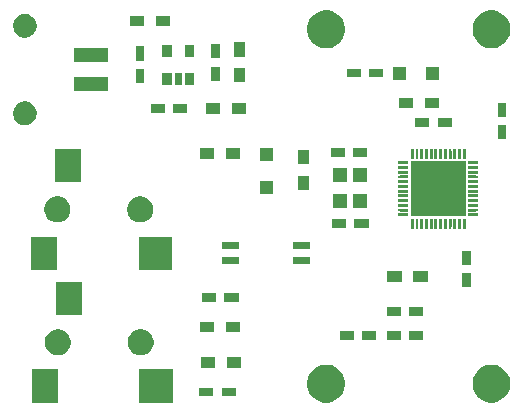
<source format=gts>
G04 #@! TF.GenerationSoftware,KiCad,Pcbnew,5.1.5*
G04 #@! TF.CreationDate,2020-02-06T17:50:48+09:00*
G04 #@! TF.ProjectId,MIDI-Guy,4d494449-2d47-4757-992e-6b696361645f,rev?*
G04 #@! TF.SameCoordinates,Original*
G04 #@! TF.FileFunction,Soldermask,Top*
G04 #@! TF.FilePolarity,Negative*
%FSLAX46Y46*%
G04 Gerber Fmt 4.6, Leading zero omitted, Abs format (unit mm)*
G04 Created by KiCad (PCBNEW 5.1.5) date 2020-02-06 17:50:48*
%MOMM*%
%LPD*%
G04 APERTURE LIST*
%ADD10C,0.100000*%
G04 APERTURE END LIST*
D10*
G36*
X96400000Y-58320000D02*
G01*
X96190000Y-58320000D01*
X96190000Y-58080000D01*
X96400000Y-58080000D01*
X96400000Y-58320000D01*
G37*
G36*
X96400000Y-57920000D02*
G01*
X96190000Y-57920000D01*
X96190000Y-57680000D01*
X96400000Y-57680000D01*
X96400000Y-57920000D01*
G37*
G36*
X96400000Y-57520000D02*
G01*
X96190000Y-57520000D01*
X96190000Y-57280000D01*
X96400000Y-57280000D01*
X96400000Y-57520000D01*
G37*
G36*
X96400000Y-57120000D02*
G01*
X96190000Y-57120000D01*
X96190000Y-56880000D01*
X96400000Y-56880000D01*
X96400000Y-57120000D01*
G37*
G36*
X96400000Y-56720000D02*
G01*
X96190000Y-56720000D01*
X96190000Y-56480000D01*
X96400000Y-56480000D01*
X96400000Y-56720000D01*
G37*
G36*
X96400000Y-56320000D02*
G01*
X96190000Y-56320000D01*
X96190000Y-56080000D01*
X96400000Y-56080000D01*
X96400000Y-56320000D01*
G37*
G36*
X96400000Y-55920000D02*
G01*
X96190000Y-55920000D01*
X96190000Y-55680000D01*
X96400000Y-55680000D01*
X96400000Y-55920000D01*
G37*
G36*
X96400000Y-55520000D02*
G01*
X96190000Y-55520000D01*
X96190000Y-55280000D01*
X96400000Y-55280000D01*
X96400000Y-55520000D01*
G37*
G36*
X96400000Y-55120000D02*
G01*
X96190000Y-55120000D01*
X96190000Y-54880000D01*
X96400000Y-54880000D01*
X96400000Y-55120000D01*
G37*
G36*
X96400000Y-54720000D02*
G01*
X96190000Y-54720000D01*
X96190000Y-54480000D01*
X96400000Y-54480000D01*
X96400000Y-54720000D01*
G37*
G36*
X96400000Y-54320000D02*
G01*
X96190000Y-54320000D01*
X96190000Y-54080000D01*
X96400000Y-54080000D01*
X96400000Y-54320000D01*
G37*
G36*
X96400000Y-53920000D02*
G01*
X96190000Y-53920000D01*
X96190000Y-53680000D01*
X96400000Y-53680000D01*
X96400000Y-53920000D01*
G37*
G36*
X89830000Y-58320000D02*
G01*
X89620000Y-58320000D01*
X89620000Y-58080000D01*
X89830000Y-58080000D01*
X89830000Y-58320000D01*
G37*
G36*
X89810000Y-57920000D02*
G01*
X89600000Y-57920000D01*
X89600000Y-57680000D01*
X89810000Y-57680000D01*
X89810000Y-57920000D01*
G37*
G36*
X89810000Y-57520000D02*
G01*
X89600000Y-57520000D01*
X89600000Y-57280000D01*
X89810000Y-57280000D01*
X89810000Y-57520000D01*
G37*
G36*
X89820000Y-57120000D02*
G01*
X89610000Y-57120000D01*
X89610000Y-56880000D01*
X89820000Y-56880000D01*
X89820000Y-57120000D01*
G37*
G36*
X89820000Y-56720000D02*
G01*
X89610000Y-56720000D01*
X89610000Y-56480000D01*
X89820000Y-56480000D01*
X89820000Y-56720000D01*
G37*
G36*
X89800000Y-56320000D02*
G01*
X89590000Y-56320000D01*
X89590000Y-56080000D01*
X89800000Y-56080000D01*
X89800000Y-56320000D01*
G37*
G36*
X89800000Y-55920000D02*
G01*
X89590000Y-55920000D01*
X89590000Y-55680000D01*
X89800000Y-55680000D01*
X89800000Y-55920000D01*
G37*
G36*
X89800000Y-55520000D02*
G01*
X89590000Y-55520000D01*
X89590000Y-55280000D01*
X89800000Y-55280000D01*
X89800000Y-55520000D01*
G37*
G36*
X89810000Y-55120000D02*
G01*
X89600000Y-55120000D01*
X89600000Y-54880000D01*
X89810000Y-54880000D01*
X89810000Y-55120000D01*
G37*
G36*
X89810000Y-54720000D02*
G01*
X89600000Y-54720000D01*
X89600000Y-54480000D01*
X89810000Y-54480000D01*
X89810000Y-54720000D01*
G37*
G36*
X89800000Y-54320000D02*
G01*
X89590000Y-54320000D01*
X89590000Y-54080000D01*
X89800000Y-54080000D01*
X89800000Y-54320000D01*
G37*
G36*
X89810000Y-53920000D02*
G01*
X89600000Y-53920000D01*
X89600000Y-53680000D01*
X89810000Y-53680000D01*
X89810000Y-53920000D01*
G37*
G36*
X95320000Y-52810000D02*
G01*
X95080000Y-52810000D01*
X95080000Y-52600000D01*
X95320000Y-52600000D01*
X95320000Y-52810000D01*
G37*
G36*
X94920000Y-52810000D02*
G01*
X94680000Y-52810000D01*
X94680000Y-52600000D01*
X94920000Y-52600000D01*
X94920000Y-52810000D01*
G37*
G36*
X94520000Y-52810000D02*
G01*
X94280000Y-52810000D01*
X94280000Y-52600000D01*
X94520000Y-52600000D01*
X94520000Y-52810000D01*
G37*
G36*
X94120000Y-52810000D02*
G01*
X93880000Y-52810000D01*
X93880000Y-52600000D01*
X94120000Y-52600000D01*
X94120000Y-52810000D01*
G37*
G36*
X93720000Y-52810000D02*
G01*
X93480000Y-52810000D01*
X93480000Y-52600000D01*
X93720000Y-52600000D01*
X93720000Y-52810000D01*
G37*
G36*
X93320000Y-52810000D02*
G01*
X93080000Y-52810000D01*
X93080000Y-52600000D01*
X93320000Y-52600000D01*
X93320000Y-52810000D01*
G37*
G36*
X92920000Y-52810000D02*
G01*
X92680000Y-52810000D01*
X92680000Y-52600000D01*
X92920000Y-52600000D01*
X92920000Y-52810000D01*
G37*
G36*
X92520000Y-52800000D02*
G01*
X92280000Y-52800000D01*
X92280000Y-52590000D01*
X92520000Y-52590000D01*
X92520000Y-52800000D01*
G37*
G36*
X92120000Y-52810000D02*
G01*
X91880000Y-52810000D01*
X91880000Y-52600000D01*
X92120000Y-52600000D01*
X92120000Y-52810000D01*
G37*
G36*
X91720000Y-52810000D02*
G01*
X91480000Y-52810000D01*
X91480000Y-52600000D01*
X91720000Y-52600000D01*
X91720000Y-52810000D01*
G37*
G36*
X91320000Y-52810000D02*
G01*
X91080000Y-52810000D01*
X91080000Y-52600000D01*
X91320000Y-52600000D01*
X91320000Y-52810000D01*
G37*
G36*
X90920000Y-52810000D02*
G01*
X90680000Y-52810000D01*
X90680000Y-52600000D01*
X90920000Y-52600000D01*
X90920000Y-52810000D01*
G37*
G36*
X95320000Y-59410000D02*
G01*
X95080000Y-59410000D01*
X95080000Y-59200000D01*
X95320000Y-59200000D01*
X95320000Y-59410000D01*
G37*
G36*
X94920000Y-59400000D02*
G01*
X94680000Y-59400000D01*
X94680000Y-59190000D01*
X94920000Y-59190000D01*
X94920000Y-59400000D01*
G37*
G36*
X94520000Y-59400000D02*
G01*
X94280000Y-59400000D01*
X94280000Y-59190000D01*
X94520000Y-59190000D01*
X94520000Y-59400000D01*
G37*
G36*
X94120000Y-59400000D02*
G01*
X93880000Y-59400000D01*
X93880000Y-59190000D01*
X94120000Y-59190000D01*
X94120000Y-59400000D01*
G37*
G36*
X93720000Y-59400000D02*
G01*
X93480000Y-59400000D01*
X93480000Y-59190000D01*
X93720000Y-59190000D01*
X93720000Y-59400000D01*
G37*
G36*
X93320000Y-59400000D02*
G01*
X93080000Y-59400000D01*
X93080000Y-59190000D01*
X93320000Y-59190000D01*
X93320000Y-59400000D01*
G37*
G36*
X92920000Y-59400000D02*
G01*
X92680000Y-59400000D01*
X92680000Y-59190000D01*
X92920000Y-59190000D01*
X92920000Y-59400000D01*
G37*
G36*
X92520000Y-59400000D02*
G01*
X92280000Y-59400000D01*
X92280000Y-59190000D01*
X92520000Y-59190000D01*
X92520000Y-59400000D01*
G37*
G36*
X92120000Y-59390000D02*
G01*
X91880000Y-59390000D01*
X91880000Y-59180000D01*
X92120000Y-59180000D01*
X92120000Y-59390000D01*
G37*
G36*
X91720000Y-59400000D02*
G01*
X91480000Y-59400000D01*
X91480000Y-59190000D01*
X91720000Y-59190000D01*
X91720000Y-59400000D01*
G37*
G36*
X91320000Y-59400000D02*
G01*
X91080000Y-59400000D01*
X91080000Y-59190000D01*
X91320000Y-59190000D01*
X91320000Y-59400000D01*
G37*
G36*
X90920000Y-59400000D02*
G01*
X90680000Y-59400000D01*
X90680000Y-59190000D01*
X90920000Y-59190000D01*
X90920000Y-59400000D01*
G37*
G36*
X97966733Y-70961391D02*
G01*
X98257931Y-71082010D01*
X98520004Y-71257121D01*
X98742879Y-71479996D01*
X98917990Y-71742069D01*
X99038609Y-72033268D01*
X99100100Y-72342404D01*
X99100100Y-72657596D01*
X99038609Y-72966732D01*
X98917990Y-73257931D01*
X98742879Y-73520004D01*
X98520004Y-73742879D01*
X98257931Y-73917990D01*
X97966733Y-74038609D01*
X97657596Y-74100100D01*
X97342404Y-74100100D01*
X97033267Y-74038609D01*
X96742069Y-73917990D01*
X96479996Y-73742879D01*
X96257121Y-73520004D01*
X96082010Y-73257931D01*
X95961391Y-72966732D01*
X95899900Y-72657596D01*
X95899900Y-72342404D01*
X95961391Y-72033268D01*
X96082010Y-71742069D01*
X96257121Y-71479996D01*
X96479996Y-71257121D01*
X96742069Y-71082010D01*
X97033267Y-70961391D01*
X97342404Y-70899900D01*
X97657596Y-70899900D01*
X97966733Y-70961391D01*
G37*
G36*
X83966733Y-70961391D02*
G01*
X84257931Y-71082010D01*
X84520004Y-71257121D01*
X84742879Y-71479996D01*
X84917990Y-71742069D01*
X85038609Y-72033268D01*
X85100100Y-72342404D01*
X85100100Y-72657596D01*
X85038609Y-72966732D01*
X84917990Y-73257931D01*
X84742879Y-73520004D01*
X84520004Y-73742879D01*
X84257931Y-73917990D01*
X83966733Y-74038609D01*
X83657596Y-74100100D01*
X83342404Y-74100100D01*
X83033267Y-74038609D01*
X82742069Y-73917990D01*
X82479996Y-73742879D01*
X82257121Y-73520004D01*
X82082010Y-73257931D01*
X81961391Y-72966732D01*
X81899900Y-72657596D01*
X81899900Y-72342404D01*
X81961391Y-72033268D01*
X82082010Y-71742069D01*
X82257121Y-71479996D01*
X82479996Y-71257121D01*
X82742069Y-71082010D01*
X83033267Y-70961391D01*
X83342404Y-70899900D01*
X83657596Y-70899900D01*
X83966733Y-70961391D01*
G37*
G36*
X60800100Y-74100100D02*
G01*
X58599900Y-74100100D01*
X58599900Y-71299900D01*
X60800100Y-71299900D01*
X60800100Y-74100100D01*
G37*
G36*
X70500100Y-74100100D02*
G01*
X67699900Y-74100100D01*
X67699900Y-71299900D01*
X70500100Y-71299900D01*
X70500100Y-74100100D01*
G37*
G36*
X75850100Y-73575100D02*
G01*
X74649900Y-73575100D01*
X74649900Y-72824900D01*
X75850100Y-72824900D01*
X75850100Y-73575100D01*
G37*
G36*
X73950100Y-73575100D02*
G01*
X72749900Y-73575100D01*
X72749900Y-72824900D01*
X73950100Y-72824900D01*
X73950100Y-73575100D01*
G37*
G36*
X76300100Y-71150100D02*
G01*
X75099900Y-71150100D01*
X75099900Y-70249900D01*
X76300100Y-70249900D01*
X76300100Y-71150100D01*
G37*
G36*
X74100100Y-71150100D02*
G01*
X72899900Y-71150100D01*
X72899900Y-70249900D01*
X74100100Y-70249900D01*
X74100100Y-71150100D01*
G37*
G36*
X61120889Y-67942176D02*
G01*
X61254358Y-67997461D01*
X61321093Y-68025104D01*
X61501273Y-68145496D01*
X61654504Y-68298727D01*
X61774896Y-68478907D01*
X61774896Y-68478908D01*
X61857824Y-68679111D01*
X61900100Y-68891650D01*
X61900100Y-69108350D01*
X61857824Y-69320889D01*
X61802539Y-69454358D01*
X61774896Y-69521093D01*
X61654504Y-69701273D01*
X61501273Y-69854504D01*
X61321093Y-69974896D01*
X61254358Y-70002539D01*
X61120889Y-70057824D01*
X60908350Y-70100100D01*
X60691650Y-70100100D01*
X60479111Y-70057824D01*
X60345642Y-70002539D01*
X60278907Y-69974896D01*
X60098727Y-69854504D01*
X59945496Y-69701273D01*
X59825104Y-69521093D01*
X59797461Y-69454358D01*
X59742176Y-69320889D01*
X59699900Y-69108350D01*
X59699900Y-68891650D01*
X59742176Y-68679111D01*
X59825104Y-68478908D01*
X59825104Y-68478907D01*
X59945496Y-68298727D01*
X60098727Y-68145496D01*
X60278907Y-68025104D01*
X60345642Y-67997461D01*
X60479111Y-67942176D01*
X60691650Y-67899900D01*
X60908350Y-67899900D01*
X61120889Y-67942176D01*
G37*
G36*
X68120889Y-67942176D02*
G01*
X68254358Y-67997461D01*
X68321093Y-68025104D01*
X68501273Y-68145496D01*
X68654504Y-68298727D01*
X68774896Y-68478907D01*
X68774896Y-68478908D01*
X68857824Y-68679111D01*
X68900100Y-68891650D01*
X68900100Y-69108350D01*
X68857824Y-69320889D01*
X68802539Y-69454358D01*
X68774896Y-69521093D01*
X68654504Y-69701273D01*
X68501273Y-69854504D01*
X68321093Y-69974896D01*
X68254358Y-70002539D01*
X68120889Y-70057824D01*
X67908350Y-70100100D01*
X67691650Y-70100100D01*
X67479111Y-70057824D01*
X67345642Y-70002539D01*
X67278907Y-69974896D01*
X67098727Y-69854504D01*
X66945496Y-69701273D01*
X66825104Y-69521093D01*
X66797461Y-69454358D01*
X66742176Y-69320889D01*
X66699900Y-69108350D01*
X66699900Y-68891650D01*
X66742176Y-68679111D01*
X66825104Y-68478908D01*
X66825104Y-68478907D01*
X66945496Y-68298727D01*
X67098727Y-68145496D01*
X67278907Y-68025104D01*
X67345642Y-67997461D01*
X67479111Y-67942176D01*
X67691650Y-67899900D01*
X67908350Y-67899900D01*
X68120889Y-67942176D01*
G37*
G36*
X85850100Y-68775100D02*
G01*
X84649900Y-68775100D01*
X84649900Y-68024900D01*
X85850100Y-68024900D01*
X85850100Y-68775100D01*
G37*
G36*
X89850100Y-68775100D02*
G01*
X88649900Y-68775100D01*
X88649900Y-68024900D01*
X89850100Y-68024900D01*
X89850100Y-68775100D01*
G37*
G36*
X91750100Y-68775100D02*
G01*
X90549900Y-68775100D01*
X90549900Y-68024900D01*
X91750100Y-68024900D01*
X91750100Y-68775100D01*
G37*
G36*
X87750100Y-68775100D02*
G01*
X86549900Y-68775100D01*
X86549900Y-68024900D01*
X87750100Y-68024900D01*
X87750100Y-68775100D01*
G37*
G36*
X76250100Y-68150100D02*
G01*
X75049900Y-68150100D01*
X75049900Y-67249900D01*
X76250100Y-67249900D01*
X76250100Y-68150100D01*
G37*
G36*
X74050100Y-68150100D02*
G01*
X72849900Y-68150100D01*
X72849900Y-67249900D01*
X74050100Y-67249900D01*
X74050100Y-68150100D01*
G37*
G36*
X89850100Y-66775100D02*
G01*
X88649900Y-66775100D01*
X88649900Y-66024900D01*
X89850100Y-66024900D01*
X89850100Y-66775100D01*
G37*
G36*
X91750100Y-66775100D02*
G01*
X90549900Y-66775100D01*
X90549900Y-66024900D01*
X91750100Y-66024900D01*
X91750100Y-66775100D01*
G37*
G36*
X62800100Y-66700100D02*
G01*
X60599900Y-66700100D01*
X60599900Y-63899900D01*
X62800100Y-63899900D01*
X62800100Y-66700100D01*
G37*
G36*
X76100100Y-65575100D02*
G01*
X74899900Y-65575100D01*
X74899900Y-64824900D01*
X76100100Y-64824900D01*
X76100100Y-65575100D01*
G37*
G36*
X74200100Y-65575100D02*
G01*
X72999900Y-65575100D01*
X72999900Y-64824900D01*
X74200100Y-64824900D01*
X74200100Y-65575100D01*
G37*
G36*
X95775100Y-64350100D02*
G01*
X95024900Y-64350100D01*
X95024900Y-63149900D01*
X95775100Y-63149900D01*
X95775100Y-64350100D01*
G37*
G36*
X89900100Y-63850100D02*
G01*
X88699900Y-63850100D01*
X88699900Y-62949900D01*
X89900100Y-62949900D01*
X89900100Y-63850100D01*
G37*
G36*
X92100100Y-63850100D02*
G01*
X90899900Y-63850100D01*
X90899900Y-62949900D01*
X92100100Y-62949900D01*
X92100100Y-63850100D01*
G37*
G36*
X70450100Y-62850100D02*
G01*
X67649900Y-62850100D01*
X67649900Y-60049900D01*
X70450100Y-60049900D01*
X70450100Y-62850100D01*
G37*
G36*
X60750100Y-62850100D02*
G01*
X58549900Y-62850100D01*
X58549900Y-60049900D01*
X60750100Y-60049900D01*
X60750100Y-62850100D01*
G37*
G36*
X95775100Y-62450100D02*
G01*
X95024900Y-62450100D01*
X95024900Y-61249900D01*
X95775100Y-61249900D01*
X95775100Y-62450100D01*
G37*
G36*
X76125100Y-62335100D02*
G01*
X74674900Y-62335100D01*
X74674900Y-61734900D01*
X76125100Y-61734900D01*
X76125100Y-62335100D01*
G37*
G36*
X82125100Y-62335100D02*
G01*
X80674900Y-62335100D01*
X80674900Y-61734900D01*
X82125100Y-61734900D01*
X82125100Y-62335100D01*
G37*
G36*
X82125100Y-61065100D02*
G01*
X80674900Y-61065100D01*
X80674900Y-60464900D01*
X82125100Y-60464900D01*
X82125100Y-61065100D01*
G37*
G36*
X76125100Y-61065100D02*
G01*
X74674900Y-61065100D01*
X74674900Y-60464900D01*
X76125100Y-60464900D01*
X76125100Y-61065100D01*
G37*
G36*
X87100100Y-59325100D02*
G01*
X85899900Y-59325100D01*
X85899900Y-58574900D01*
X87100100Y-58574900D01*
X87100100Y-59325100D01*
G37*
G36*
X85200100Y-59325100D02*
G01*
X83999900Y-59325100D01*
X83999900Y-58574900D01*
X85200100Y-58574900D01*
X85200100Y-59325100D01*
G37*
G36*
X95325100Y-59200100D02*
G01*
X95074900Y-59200100D01*
X95074900Y-58519900D01*
X95325100Y-58519900D01*
X95325100Y-59200100D01*
G37*
G36*
X92925100Y-59200100D02*
G01*
X92674900Y-59200100D01*
X92674900Y-58519900D01*
X92925100Y-58519900D01*
X92925100Y-59200100D01*
G37*
G36*
X94125100Y-59200100D02*
G01*
X93874900Y-59200100D01*
X93874900Y-58519900D01*
X94125100Y-58519900D01*
X94125100Y-59200100D01*
G37*
G36*
X94925100Y-59200100D02*
G01*
X94674900Y-59200100D01*
X94674900Y-58519900D01*
X94925100Y-58519900D01*
X94925100Y-59200100D01*
G37*
G36*
X94525100Y-59200100D02*
G01*
X94274900Y-59200100D01*
X94274900Y-58519900D01*
X94525100Y-58519900D01*
X94525100Y-59200100D01*
G37*
G36*
X90925100Y-59200100D02*
G01*
X90674900Y-59200100D01*
X90674900Y-58519900D01*
X90925100Y-58519900D01*
X90925100Y-59200100D01*
G37*
G36*
X91725100Y-59200100D02*
G01*
X91474900Y-59200100D01*
X91474900Y-58519900D01*
X91725100Y-58519900D01*
X91725100Y-59200100D01*
G37*
G36*
X92125100Y-59200100D02*
G01*
X91874900Y-59200100D01*
X91874900Y-58519900D01*
X92125100Y-58519900D01*
X92125100Y-59200100D01*
G37*
G36*
X92525100Y-59200100D02*
G01*
X92274900Y-59200100D01*
X92274900Y-58519900D01*
X92525100Y-58519900D01*
X92525100Y-59200100D01*
G37*
G36*
X93725100Y-59200100D02*
G01*
X93474900Y-59200100D01*
X93474900Y-58519900D01*
X93725100Y-58519900D01*
X93725100Y-59200100D01*
G37*
G36*
X93325100Y-59200100D02*
G01*
X93074900Y-59200100D01*
X93074900Y-58519900D01*
X93325100Y-58519900D01*
X93325100Y-59200100D01*
G37*
G36*
X91325100Y-59200100D02*
G01*
X91074900Y-59200100D01*
X91074900Y-58519900D01*
X91325100Y-58519900D01*
X91325100Y-59200100D01*
G37*
G36*
X68070889Y-56692176D02*
G01*
X68150373Y-56725100D01*
X68271093Y-56775104D01*
X68451273Y-56895496D01*
X68604504Y-57048727D01*
X68724896Y-57228907D01*
X68724896Y-57228908D01*
X68807824Y-57429111D01*
X68850100Y-57641650D01*
X68850100Y-57858350D01*
X68807824Y-58070889D01*
X68752539Y-58204358D01*
X68724896Y-58271093D01*
X68604504Y-58451273D01*
X68451273Y-58604504D01*
X68271093Y-58724896D01*
X68204358Y-58752539D01*
X68070889Y-58807824D01*
X67858350Y-58850100D01*
X67641650Y-58850100D01*
X67429111Y-58807824D01*
X67295642Y-58752539D01*
X67228907Y-58724896D01*
X67048727Y-58604504D01*
X66895496Y-58451273D01*
X66775104Y-58271093D01*
X66747461Y-58204358D01*
X66692176Y-58070889D01*
X66649900Y-57858350D01*
X66649900Y-57641650D01*
X66692176Y-57429111D01*
X66775104Y-57228908D01*
X66775104Y-57228907D01*
X66895496Y-57048727D01*
X67048727Y-56895496D01*
X67228907Y-56775104D01*
X67349627Y-56725100D01*
X67429111Y-56692176D01*
X67641650Y-56649900D01*
X67858350Y-56649900D01*
X68070889Y-56692176D01*
G37*
G36*
X61070889Y-56692176D02*
G01*
X61150373Y-56725100D01*
X61271093Y-56775104D01*
X61451273Y-56895496D01*
X61604504Y-57048727D01*
X61724896Y-57228907D01*
X61724896Y-57228908D01*
X61807824Y-57429111D01*
X61850100Y-57641650D01*
X61850100Y-57858350D01*
X61807824Y-58070889D01*
X61752539Y-58204358D01*
X61724896Y-58271093D01*
X61604504Y-58451273D01*
X61451273Y-58604504D01*
X61271093Y-58724896D01*
X61204358Y-58752539D01*
X61070889Y-58807824D01*
X60858350Y-58850100D01*
X60641650Y-58850100D01*
X60429111Y-58807824D01*
X60295642Y-58752539D01*
X60228907Y-58724896D01*
X60048727Y-58604504D01*
X59895496Y-58451273D01*
X59775104Y-58271093D01*
X59747461Y-58204358D01*
X59692176Y-58070889D01*
X59649900Y-57858350D01*
X59649900Y-57641650D01*
X59692176Y-57429111D01*
X59775104Y-57228908D01*
X59775104Y-57228907D01*
X59895496Y-57048727D01*
X60048727Y-56895496D01*
X60228907Y-56775104D01*
X60349627Y-56725100D01*
X60429111Y-56692176D01*
X60641650Y-56649900D01*
X60858350Y-56649900D01*
X61070889Y-56692176D01*
G37*
G36*
X95330100Y-58330100D02*
G01*
X90669900Y-58330100D01*
X90669900Y-53669900D01*
X95330100Y-53669900D01*
X95330100Y-58330100D01*
G37*
G36*
X96200100Y-58325100D02*
G01*
X95519900Y-58325100D01*
X95519900Y-58074900D01*
X96200100Y-58074900D01*
X96200100Y-58325100D01*
G37*
G36*
X90480100Y-58325100D02*
G01*
X89799900Y-58325100D01*
X89799900Y-58074900D01*
X90480100Y-58074900D01*
X90480100Y-58325100D01*
G37*
G36*
X96200100Y-57925100D02*
G01*
X95519900Y-57925100D01*
X95519900Y-57674900D01*
X96200100Y-57674900D01*
X96200100Y-57925100D01*
G37*
G36*
X90480100Y-57925100D02*
G01*
X89799900Y-57925100D01*
X89799900Y-57674900D01*
X90480100Y-57674900D01*
X90480100Y-57925100D01*
G37*
G36*
X85300100Y-57650100D02*
G01*
X84099900Y-57650100D01*
X84099900Y-56449900D01*
X85300100Y-56449900D01*
X85300100Y-57650100D01*
G37*
G36*
X87000100Y-57650100D02*
G01*
X85799900Y-57650100D01*
X85799900Y-56449900D01*
X87000100Y-56449900D01*
X87000100Y-57650100D01*
G37*
G36*
X96200100Y-57525100D02*
G01*
X95519900Y-57525100D01*
X95519900Y-57274900D01*
X96200100Y-57274900D01*
X96200100Y-57525100D01*
G37*
G36*
X90480100Y-57525100D02*
G01*
X89799900Y-57525100D01*
X89799900Y-57274900D01*
X90480100Y-57274900D01*
X90480100Y-57525100D01*
G37*
G36*
X90480100Y-57125100D02*
G01*
X89799900Y-57125100D01*
X89799900Y-56874900D01*
X90480100Y-56874900D01*
X90480100Y-57125100D01*
G37*
G36*
X96200100Y-57125100D02*
G01*
X95519900Y-57125100D01*
X95519900Y-56874900D01*
X96200100Y-56874900D01*
X96200100Y-57125100D01*
G37*
G36*
X90480100Y-56725100D02*
G01*
X89799900Y-56725100D01*
X89799900Y-56474900D01*
X90480100Y-56474900D01*
X90480100Y-56725100D01*
G37*
G36*
X96200100Y-56725100D02*
G01*
X95519900Y-56725100D01*
X95519900Y-56474900D01*
X96200100Y-56474900D01*
X96200100Y-56725100D01*
G37*
G36*
X79050100Y-56450100D02*
G01*
X77949900Y-56450100D01*
X77949900Y-55349900D01*
X79050100Y-55349900D01*
X79050100Y-56450100D01*
G37*
G36*
X90480100Y-56325100D02*
G01*
X89799900Y-56325100D01*
X89799900Y-56074900D01*
X90480100Y-56074900D01*
X90480100Y-56325100D01*
G37*
G36*
X96200100Y-56325100D02*
G01*
X95519900Y-56325100D01*
X95519900Y-56074900D01*
X96200100Y-56074900D01*
X96200100Y-56325100D01*
G37*
G36*
X82050100Y-56100100D02*
G01*
X81149900Y-56100100D01*
X81149900Y-54899900D01*
X82050100Y-54899900D01*
X82050100Y-56100100D01*
G37*
G36*
X90480100Y-55925100D02*
G01*
X89799900Y-55925100D01*
X89799900Y-55674900D01*
X90480100Y-55674900D01*
X90480100Y-55925100D01*
G37*
G36*
X96200100Y-55925100D02*
G01*
X95519900Y-55925100D01*
X95519900Y-55674900D01*
X96200100Y-55674900D01*
X96200100Y-55925100D01*
G37*
G36*
X90480100Y-55525100D02*
G01*
X89799900Y-55525100D01*
X89799900Y-55274900D01*
X90480100Y-55274900D01*
X90480100Y-55525100D01*
G37*
G36*
X96200100Y-55525100D02*
G01*
X95519900Y-55525100D01*
X95519900Y-55274900D01*
X96200100Y-55274900D01*
X96200100Y-55525100D01*
G37*
G36*
X87000100Y-55450100D02*
G01*
X85799900Y-55450100D01*
X85799900Y-54249900D01*
X87000100Y-54249900D01*
X87000100Y-55450100D01*
G37*
G36*
X85300100Y-55450100D02*
G01*
X84099900Y-55450100D01*
X84099900Y-54249900D01*
X85300100Y-54249900D01*
X85300100Y-55450100D01*
G37*
G36*
X62750100Y-55450100D02*
G01*
X60549900Y-55450100D01*
X60549900Y-52649900D01*
X62750100Y-52649900D01*
X62750100Y-55450100D01*
G37*
G36*
X90480100Y-55125100D02*
G01*
X89799900Y-55125100D01*
X89799900Y-54874900D01*
X90480100Y-54874900D01*
X90480100Y-55125100D01*
G37*
G36*
X96200100Y-55125100D02*
G01*
X95519900Y-55125100D01*
X95519900Y-54874900D01*
X96200100Y-54874900D01*
X96200100Y-55125100D01*
G37*
G36*
X90480100Y-54725100D02*
G01*
X89799900Y-54725100D01*
X89799900Y-54474900D01*
X90480100Y-54474900D01*
X90480100Y-54725100D01*
G37*
G36*
X96200100Y-54725100D02*
G01*
X95519900Y-54725100D01*
X95519900Y-54474900D01*
X96200100Y-54474900D01*
X96200100Y-54725100D01*
G37*
G36*
X90480100Y-54325100D02*
G01*
X89799900Y-54325100D01*
X89799900Y-54074900D01*
X90480100Y-54074900D01*
X90480100Y-54325100D01*
G37*
G36*
X96200100Y-54325100D02*
G01*
X95519900Y-54325100D01*
X95519900Y-54074900D01*
X96200100Y-54074900D01*
X96200100Y-54325100D01*
G37*
G36*
X96200100Y-53925100D02*
G01*
X95519900Y-53925100D01*
X95519900Y-53674900D01*
X96200100Y-53674900D01*
X96200100Y-53925100D01*
G37*
G36*
X90480100Y-53925100D02*
G01*
X89799900Y-53925100D01*
X89799900Y-53674900D01*
X90480100Y-53674900D01*
X90480100Y-53925100D01*
G37*
G36*
X82050100Y-53900100D02*
G01*
X81149900Y-53900100D01*
X81149900Y-52699900D01*
X82050100Y-52699900D01*
X82050100Y-53900100D01*
G37*
G36*
X79050100Y-53650100D02*
G01*
X77949900Y-53650100D01*
X77949900Y-52549900D01*
X79050100Y-52549900D01*
X79050100Y-53650100D01*
G37*
G36*
X90925100Y-53480100D02*
G01*
X90674900Y-53480100D01*
X90674900Y-52799900D01*
X90925100Y-52799900D01*
X90925100Y-53480100D01*
G37*
G36*
X94525100Y-53480100D02*
G01*
X94274900Y-53480100D01*
X94274900Y-52799900D01*
X94525100Y-52799900D01*
X94525100Y-53480100D01*
G37*
G36*
X91325100Y-53480100D02*
G01*
X91074900Y-53480100D01*
X91074900Y-52799900D01*
X91325100Y-52799900D01*
X91325100Y-53480100D01*
G37*
G36*
X91725100Y-53480100D02*
G01*
X91474900Y-53480100D01*
X91474900Y-52799900D01*
X91725100Y-52799900D01*
X91725100Y-53480100D01*
G37*
G36*
X92125100Y-53480100D02*
G01*
X91874900Y-53480100D01*
X91874900Y-52799900D01*
X92125100Y-52799900D01*
X92125100Y-53480100D01*
G37*
G36*
X92525100Y-53480100D02*
G01*
X92274900Y-53480100D01*
X92274900Y-52799900D01*
X92525100Y-52799900D01*
X92525100Y-53480100D01*
G37*
G36*
X92925100Y-53480100D02*
G01*
X92674900Y-53480100D01*
X92674900Y-52799900D01*
X92925100Y-52799900D01*
X92925100Y-53480100D01*
G37*
G36*
X93325100Y-53480100D02*
G01*
X93074900Y-53480100D01*
X93074900Y-52799900D01*
X93325100Y-52799900D01*
X93325100Y-53480100D01*
G37*
G36*
X93725100Y-53480100D02*
G01*
X93474900Y-53480100D01*
X93474900Y-52799900D01*
X93725100Y-52799900D01*
X93725100Y-53480100D01*
G37*
G36*
X94125100Y-53480100D02*
G01*
X93874900Y-53480100D01*
X93874900Y-52799900D01*
X94125100Y-52799900D01*
X94125100Y-53480100D01*
G37*
G36*
X94925100Y-53480100D02*
G01*
X94674900Y-53480100D01*
X94674900Y-52799900D01*
X94925100Y-52799900D01*
X94925100Y-53480100D01*
G37*
G36*
X95325100Y-53480100D02*
G01*
X95074900Y-53480100D01*
X95074900Y-52799900D01*
X95325100Y-52799900D01*
X95325100Y-53480100D01*
G37*
G36*
X76200100Y-53450100D02*
G01*
X74999900Y-53450100D01*
X74999900Y-52549900D01*
X76200100Y-52549900D01*
X76200100Y-53450100D01*
G37*
G36*
X74000100Y-53450100D02*
G01*
X72799900Y-53450100D01*
X72799900Y-52549900D01*
X74000100Y-52549900D01*
X74000100Y-53450100D01*
G37*
G36*
X87000100Y-53325100D02*
G01*
X85799900Y-53325100D01*
X85799900Y-52574900D01*
X87000100Y-52574900D01*
X87000100Y-53325100D01*
G37*
G36*
X85100100Y-53325100D02*
G01*
X83899900Y-53325100D01*
X83899900Y-52574900D01*
X85100100Y-52574900D01*
X85100100Y-53325100D01*
G37*
G36*
X98775100Y-51800100D02*
G01*
X98024900Y-51800100D01*
X98024900Y-50599900D01*
X98775100Y-50599900D01*
X98775100Y-51800100D01*
G37*
G36*
X94150100Y-50775100D02*
G01*
X92949900Y-50775100D01*
X92949900Y-50024900D01*
X94150100Y-50024900D01*
X94150100Y-50775100D01*
G37*
G36*
X92250100Y-50775100D02*
G01*
X91049900Y-50775100D01*
X91049900Y-50024900D01*
X92250100Y-50024900D01*
X92250100Y-50775100D01*
G37*
G36*
X58291720Y-48638333D02*
G01*
X58413056Y-48688593D01*
X58473725Y-48713723D01*
X58637527Y-48823172D01*
X58776828Y-48962473D01*
X58886277Y-49126275D01*
X58886277Y-49126276D01*
X58961667Y-49308280D01*
X59000100Y-49501499D01*
X59000100Y-49698501D01*
X58961667Y-49891720D01*
X58911407Y-50013056D01*
X58886277Y-50073725D01*
X58776828Y-50237527D01*
X58637527Y-50376828D01*
X58473725Y-50486277D01*
X58413056Y-50511407D01*
X58291720Y-50561667D01*
X58098501Y-50600100D01*
X57901499Y-50600100D01*
X57708280Y-50561667D01*
X57586944Y-50511407D01*
X57526275Y-50486277D01*
X57362473Y-50376828D01*
X57223172Y-50237527D01*
X57113723Y-50073725D01*
X57088593Y-50013056D01*
X57038333Y-49891720D01*
X56999900Y-49698501D01*
X56999900Y-49501499D01*
X57038333Y-49308280D01*
X57113723Y-49126276D01*
X57113723Y-49126275D01*
X57223172Y-48962473D01*
X57362473Y-48823172D01*
X57526275Y-48713723D01*
X57586944Y-48688593D01*
X57708280Y-48638333D01*
X57901499Y-48599900D01*
X58098501Y-48599900D01*
X58291720Y-48638333D01*
G37*
G36*
X98775100Y-49900100D02*
G01*
X98024900Y-49900100D01*
X98024900Y-48699900D01*
X98775100Y-48699900D01*
X98775100Y-49900100D01*
G37*
G36*
X76700100Y-49650100D02*
G01*
X75499900Y-49650100D01*
X75499900Y-48749900D01*
X76700100Y-48749900D01*
X76700100Y-49650100D01*
G37*
G36*
X74500100Y-49650100D02*
G01*
X73299900Y-49650100D01*
X73299900Y-48749900D01*
X74500100Y-48749900D01*
X74500100Y-49650100D01*
G37*
G36*
X71750100Y-49575100D02*
G01*
X70549900Y-49575100D01*
X70549900Y-48824900D01*
X71750100Y-48824900D01*
X71750100Y-49575100D01*
G37*
G36*
X69850100Y-49575100D02*
G01*
X68649900Y-49575100D01*
X68649900Y-48824900D01*
X69850100Y-48824900D01*
X69850100Y-49575100D01*
G37*
G36*
X93100100Y-49200100D02*
G01*
X91899900Y-49200100D01*
X91899900Y-48299900D01*
X93100100Y-48299900D01*
X93100100Y-49200100D01*
G37*
G36*
X90900100Y-49200100D02*
G01*
X89699900Y-49200100D01*
X89699900Y-48299900D01*
X90900100Y-48299900D01*
X90900100Y-49200100D01*
G37*
G36*
X65000100Y-47700100D02*
G01*
X62139900Y-47700100D01*
X62139900Y-46499900D01*
X65000100Y-46499900D01*
X65000100Y-47700100D01*
G37*
G36*
X72350100Y-47200100D02*
G01*
X71549900Y-47200100D01*
X71549900Y-46199900D01*
X72350100Y-46199900D01*
X72350100Y-47200100D01*
G37*
G36*
X71300100Y-47200100D02*
G01*
X70699900Y-47200100D01*
X70699900Y-46199900D01*
X71300100Y-46199900D01*
X71300100Y-47200100D01*
G37*
G36*
X70450100Y-47200100D02*
G01*
X69649900Y-47200100D01*
X69649900Y-46199900D01*
X70450100Y-46199900D01*
X70450100Y-47200100D01*
G37*
G36*
X68125100Y-47050100D02*
G01*
X67374900Y-47050100D01*
X67374900Y-45849900D01*
X68125100Y-45849900D01*
X68125100Y-47050100D01*
G37*
G36*
X76600100Y-47000100D02*
G01*
X75699900Y-47000100D01*
X75699900Y-45799900D01*
X76600100Y-45799900D01*
X76600100Y-47000100D01*
G37*
G36*
X74525100Y-46850100D02*
G01*
X73774900Y-46850100D01*
X73774900Y-45649900D01*
X74525100Y-45649900D01*
X74525100Y-46850100D01*
G37*
G36*
X90300100Y-46800100D02*
G01*
X89199900Y-46800100D01*
X89199900Y-45699900D01*
X90300100Y-45699900D01*
X90300100Y-46800100D01*
G37*
G36*
X93100100Y-46800100D02*
G01*
X91999900Y-46800100D01*
X91999900Y-45699900D01*
X93100100Y-45699900D01*
X93100100Y-46800100D01*
G37*
G36*
X88350100Y-46575100D02*
G01*
X87149900Y-46575100D01*
X87149900Y-45824900D01*
X88350100Y-45824900D01*
X88350100Y-46575100D01*
G37*
G36*
X86450100Y-46575100D02*
G01*
X85249900Y-46575100D01*
X85249900Y-45824900D01*
X86450100Y-45824900D01*
X86450100Y-46575100D01*
G37*
G36*
X65000100Y-45300100D02*
G01*
X62139900Y-45300100D01*
X62139900Y-44099900D01*
X65000100Y-44099900D01*
X65000100Y-45300100D01*
G37*
G36*
X68125100Y-45150100D02*
G01*
X67374900Y-45150100D01*
X67374900Y-43949900D01*
X68125100Y-43949900D01*
X68125100Y-45150100D01*
G37*
G36*
X74525100Y-44950100D02*
G01*
X73774900Y-44950100D01*
X73774900Y-43749900D01*
X74525100Y-43749900D01*
X74525100Y-44950100D01*
G37*
G36*
X76600100Y-44800100D02*
G01*
X75699900Y-44800100D01*
X75699900Y-43599900D01*
X76600100Y-43599900D01*
X76600100Y-44800100D01*
G37*
G36*
X70450100Y-44800100D02*
G01*
X69649900Y-44800100D01*
X69649900Y-43799900D01*
X70450100Y-43799900D01*
X70450100Y-44800100D01*
G37*
G36*
X72350100Y-44800100D02*
G01*
X71549900Y-44800100D01*
X71549900Y-43799900D01*
X72350100Y-43799900D01*
X72350100Y-44800100D01*
G37*
G36*
X97966733Y-40961391D02*
G01*
X98257931Y-41082010D01*
X98520004Y-41257121D01*
X98742879Y-41479996D01*
X98907437Y-41726275D01*
X98917990Y-41742069D01*
X99038609Y-42033267D01*
X99100100Y-42342404D01*
X99100100Y-42657596D01*
X99038609Y-42966733D01*
X98917990Y-43257931D01*
X98742879Y-43520004D01*
X98520004Y-43742879D01*
X98257931Y-43917990D01*
X97966733Y-44038609D01*
X97657596Y-44100100D01*
X97342404Y-44100100D01*
X97033267Y-44038609D01*
X96742069Y-43917990D01*
X96479996Y-43742879D01*
X96257121Y-43520004D01*
X96082010Y-43257931D01*
X95961391Y-42966733D01*
X95899900Y-42657596D01*
X95899900Y-42342404D01*
X95961391Y-42033267D01*
X96082010Y-41742069D01*
X96092563Y-41726275D01*
X96257121Y-41479996D01*
X96479996Y-41257121D01*
X96742069Y-41082010D01*
X97033267Y-40961391D01*
X97342404Y-40899900D01*
X97657596Y-40899900D01*
X97966733Y-40961391D01*
G37*
G36*
X83966733Y-40961391D02*
G01*
X84257931Y-41082010D01*
X84520004Y-41257121D01*
X84742879Y-41479996D01*
X84907437Y-41726275D01*
X84917990Y-41742069D01*
X85038609Y-42033267D01*
X85100100Y-42342404D01*
X85100100Y-42657596D01*
X85038609Y-42966733D01*
X84917990Y-43257931D01*
X84742879Y-43520004D01*
X84520004Y-43742879D01*
X84257931Y-43917990D01*
X83966733Y-44038609D01*
X83657596Y-44100100D01*
X83342404Y-44100100D01*
X83033267Y-44038609D01*
X82742069Y-43917990D01*
X82479996Y-43742879D01*
X82257121Y-43520004D01*
X82082010Y-43257931D01*
X81961391Y-42966733D01*
X81899900Y-42657596D01*
X81899900Y-42342404D01*
X81961391Y-42033267D01*
X82082010Y-41742069D01*
X82092563Y-41726275D01*
X82257121Y-41479996D01*
X82479996Y-41257121D01*
X82742069Y-41082010D01*
X83033267Y-40961391D01*
X83342404Y-40899900D01*
X83657596Y-40899900D01*
X83966733Y-40961391D01*
G37*
G36*
X58291720Y-41238333D02*
G01*
X58413056Y-41288593D01*
X58473725Y-41313723D01*
X58637527Y-41423172D01*
X58776828Y-41562473D01*
X58886277Y-41726275D01*
X58886277Y-41726276D01*
X58961667Y-41908280D01*
X59000100Y-42101499D01*
X59000100Y-42298501D01*
X58961667Y-42491720D01*
X58911407Y-42613056D01*
X58886277Y-42673725D01*
X58776828Y-42837527D01*
X58637527Y-42976828D01*
X58473725Y-43086277D01*
X58413056Y-43111407D01*
X58291720Y-43161667D01*
X58098501Y-43200100D01*
X57901499Y-43200100D01*
X57708280Y-43161667D01*
X57586944Y-43111407D01*
X57526275Y-43086277D01*
X57362473Y-42976828D01*
X57223172Y-42837527D01*
X57113723Y-42673725D01*
X57088593Y-42613056D01*
X57038333Y-42491720D01*
X56999900Y-42298501D01*
X56999900Y-42101499D01*
X57038333Y-41908280D01*
X57113723Y-41726276D01*
X57113723Y-41726275D01*
X57223172Y-41562473D01*
X57362473Y-41423172D01*
X57526275Y-41313723D01*
X57586944Y-41288593D01*
X57708280Y-41238333D01*
X57901499Y-41199900D01*
X58098501Y-41199900D01*
X58291720Y-41238333D01*
G37*
G36*
X68100100Y-42250100D02*
G01*
X66899900Y-42250100D01*
X66899900Y-41349900D01*
X68100100Y-41349900D01*
X68100100Y-42250100D01*
G37*
G36*
X70300100Y-42250100D02*
G01*
X69099900Y-42250100D01*
X69099900Y-41349900D01*
X70300100Y-41349900D01*
X70300100Y-42250100D01*
G37*
M02*

</source>
